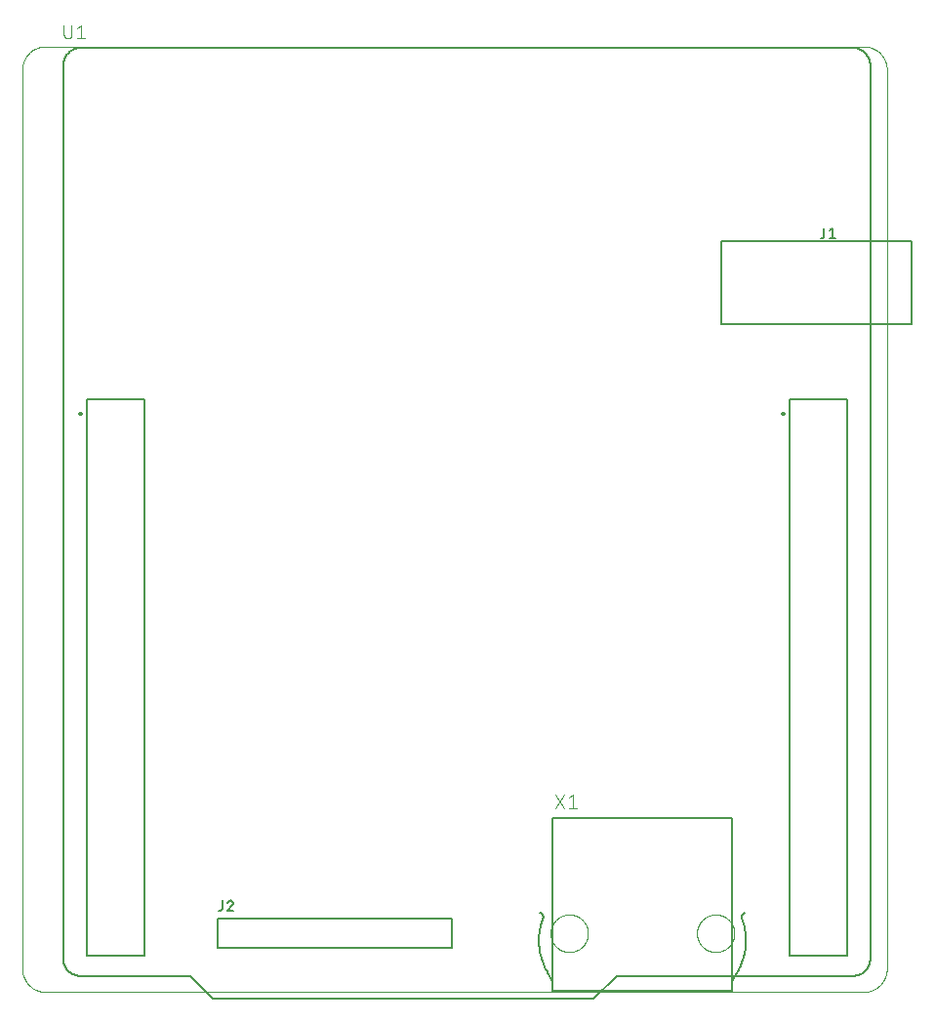
<source format=gto>
G04 EAGLE Gerber RS-274X export*
G75*
%MOMM*%
%FSLAX34Y34*%
%LPD*%
%INSilk top*%
%IPPOS*%
%AMOC8*
5,1,8,0,0,1.08239X$1,22.5*%
G01*
%ADD10C,0.000000*%
%ADD11C,0.152400*%
%ADD12C,0.127000*%
%ADD13C,0.200000*%
%ADD14C,0.101600*%
%ADD15C,0.203200*%


D10*
X-30000Y800000D02*
X-30000Y20000D01*
X-29994Y19517D01*
X-29977Y19034D01*
X-29947Y18551D01*
X-29907Y18070D01*
X-29854Y17589D01*
X-29790Y17110D01*
X-29715Y16633D01*
X-29627Y16157D01*
X-29529Y15684D01*
X-29419Y15214D01*
X-29298Y14746D01*
X-29165Y14281D01*
X-29021Y13820D01*
X-28866Y13362D01*
X-28700Y12908D01*
X-28523Y12458D01*
X-28336Y12013D01*
X-28137Y11572D01*
X-27929Y11136D01*
X-27709Y10706D01*
X-27479Y10280D01*
X-27239Y9861D01*
X-26989Y9447D01*
X-26729Y9040D01*
X-26460Y8639D01*
X-26180Y8244D01*
X-25892Y7857D01*
X-25593Y7476D01*
X-25286Y7103D01*
X-24970Y6738D01*
X-24645Y6380D01*
X-24312Y6030D01*
X-23970Y5688D01*
X-23620Y5355D01*
X-23262Y5030D01*
X-22897Y4714D01*
X-22524Y4407D01*
X-22143Y4108D01*
X-21756Y3820D01*
X-21361Y3540D01*
X-20960Y3271D01*
X-20553Y3011D01*
X-20139Y2761D01*
X-19720Y2521D01*
X-19294Y2291D01*
X-18864Y2071D01*
X-18428Y1863D01*
X-17987Y1664D01*
X-17542Y1477D01*
X-17092Y1300D01*
X-16638Y1134D01*
X-16180Y979D01*
X-15719Y835D01*
X-15254Y702D01*
X-14786Y581D01*
X-14316Y471D01*
X-13843Y373D01*
X-13367Y285D01*
X-12890Y210D01*
X-12411Y146D01*
X-11930Y93D01*
X-11449Y53D01*
X-10966Y23D01*
X-10483Y6D01*
X-10000Y0D01*
X700000Y0D01*
X700483Y6D01*
X700966Y23D01*
X701449Y53D01*
X701930Y93D01*
X702411Y146D01*
X702890Y210D01*
X703367Y285D01*
X703843Y373D01*
X704316Y471D01*
X704786Y581D01*
X705254Y702D01*
X705719Y835D01*
X706180Y979D01*
X706638Y1134D01*
X707092Y1300D01*
X707542Y1477D01*
X707987Y1664D01*
X708428Y1863D01*
X708864Y2071D01*
X709294Y2291D01*
X709720Y2521D01*
X710139Y2761D01*
X710553Y3011D01*
X710960Y3271D01*
X711361Y3540D01*
X711756Y3820D01*
X712143Y4108D01*
X712524Y4407D01*
X712897Y4714D01*
X713262Y5030D01*
X713620Y5355D01*
X713970Y5688D01*
X714312Y6030D01*
X714645Y6380D01*
X714970Y6738D01*
X715286Y7103D01*
X715593Y7476D01*
X715892Y7857D01*
X716180Y8244D01*
X716460Y8639D01*
X716729Y9040D01*
X716989Y9447D01*
X717239Y9861D01*
X717479Y10280D01*
X717709Y10706D01*
X717929Y11136D01*
X718137Y11572D01*
X718336Y12013D01*
X718523Y12458D01*
X718700Y12908D01*
X718866Y13362D01*
X719021Y13820D01*
X719165Y14281D01*
X719298Y14746D01*
X719419Y15214D01*
X719529Y15684D01*
X719627Y16157D01*
X719715Y16633D01*
X719790Y17110D01*
X719854Y17589D01*
X719907Y18070D01*
X719947Y18551D01*
X719977Y19034D01*
X719994Y19517D01*
X720000Y20000D01*
X720000Y800000D01*
X719994Y800483D01*
X719977Y800966D01*
X719947Y801449D01*
X719907Y801930D01*
X719854Y802411D01*
X719790Y802890D01*
X719715Y803367D01*
X719627Y803843D01*
X719529Y804316D01*
X719419Y804786D01*
X719298Y805254D01*
X719165Y805719D01*
X719021Y806180D01*
X718866Y806638D01*
X718700Y807092D01*
X718523Y807542D01*
X718336Y807987D01*
X718137Y808428D01*
X717929Y808864D01*
X717709Y809294D01*
X717479Y809720D01*
X717239Y810139D01*
X716989Y810553D01*
X716729Y810960D01*
X716460Y811361D01*
X716180Y811756D01*
X715892Y812143D01*
X715593Y812524D01*
X715286Y812897D01*
X714970Y813262D01*
X714645Y813620D01*
X714312Y813970D01*
X713970Y814312D01*
X713620Y814645D01*
X713262Y814970D01*
X712897Y815286D01*
X712524Y815593D01*
X712143Y815892D01*
X711756Y816180D01*
X711361Y816460D01*
X710960Y816729D01*
X710553Y816989D01*
X710139Y817239D01*
X709720Y817479D01*
X709294Y817709D01*
X708864Y817929D01*
X708428Y818137D01*
X707987Y818336D01*
X707542Y818523D01*
X707092Y818700D01*
X706638Y818866D01*
X706180Y819021D01*
X705719Y819165D01*
X705254Y819298D01*
X704786Y819419D01*
X704316Y819529D01*
X703843Y819627D01*
X703367Y819715D01*
X702890Y819790D01*
X702411Y819854D01*
X701930Y819907D01*
X701449Y819947D01*
X700966Y819977D01*
X700483Y819994D01*
X700000Y820000D01*
X-10000Y820000D01*
X-10483Y819994D01*
X-10966Y819977D01*
X-11449Y819947D01*
X-11930Y819907D01*
X-12411Y819854D01*
X-12890Y819790D01*
X-13367Y819715D01*
X-13843Y819627D01*
X-14316Y819529D01*
X-14786Y819419D01*
X-15254Y819298D01*
X-15719Y819165D01*
X-16180Y819021D01*
X-16638Y818866D01*
X-17092Y818700D01*
X-17542Y818523D01*
X-17987Y818336D01*
X-18428Y818137D01*
X-18864Y817929D01*
X-19294Y817709D01*
X-19720Y817479D01*
X-20139Y817239D01*
X-20553Y816989D01*
X-20960Y816729D01*
X-21361Y816460D01*
X-21756Y816180D01*
X-22143Y815892D01*
X-22524Y815593D01*
X-22897Y815286D01*
X-23262Y814970D01*
X-23620Y814645D01*
X-23970Y814312D01*
X-24312Y813970D01*
X-24645Y813620D01*
X-24970Y813262D01*
X-25286Y812897D01*
X-25593Y812524D01*
X-25892Y812143D01*
X-26180Y811756D01*
X-26460Y811361D01*
X-26729Y810960D01*
X-26989Y810553D01*
X-27239Y810139D01*
X-27479Y809720D01*
X-27709Y809294D01*
X-27929Y808864D01*
X-28137Y808428D01*
X-28336Y807987D01*
X-28523Y807542D01*
X-28700Y807092D01*
X-28866Y806638D01*
X-29021Y806180D01*
X-29165Y805719D01*
X-29298Y805254D01*
X-29419Y804786D01*
X-29529Y804316D01*
X-29627Y803843D01*
X-29715Y803367D01*
X-29790Y802890D01*
X-29854Y802411D01*
X-29907Y801930D01*
X-29947Y801449D01*
X-29977Y800966D01*
X-29994Y800483D01*
X-30000Y800000D01*
D11*
X139700Y63300D02*
X139700Y38300D01*
X342900Y38300D01*
X342900Y63300D01*
X139700Y63300D01*
X143341Y72531D02*
X143341Y79248D01*
X143341Y72531D02*
X143339Y72445D01*
X143333Y72359D01*
X143324Y72273D01*
X143310Y72188D01*
X143293Y72104D01*
X143272Y72020D01*
X143247Y71938D01*
X143219Y71857D01*
X143187Y71777D01*
X143151Y71698D01*
X143112Y71622D01*
X143069Y71547D01*
X143024Y71474D01*
X142974Y71403D01*
X142922Y71335D01*
X142867Y71268D01*
X142809Y71205D01*
X142748Y71144D01*
X142685Y71086D01*
X142618Y71031D01*
X142550Y70978D01*
X142479Y70929D01*
X142406Y70884D01*
X142331Y70841D01*
X142255Y70802D01*
X142176Y70766D01*
X142096Y70734D01*
X142015Y70706D01*
X141932Y70681D01*
X141849Y70660D01*
X141765Y70643D01*
X141680Y70629D01*
X141594Y70620D01*
X141508Y70614D01*
X141422Y70612D01*
X140462Y70612D01*
X150577Y79248D02*
X150669Y79246D01*
X150760Y79240D01*
X150851Y79231D01*
X150942Y79217D01*
X151032Y79200D01*
X151121Y79178D01*
X151209Y79153D01*
X151296Y79125D01*
X151382Y79092D01*
X151466Y79056D01*
X151549Y79017D01*
X151630Y78974D01*
X151709Y78927D01*
X151786Y78878D01*
X151861Y78825D01*
X151933Y78769D01*
X152003Y78710D01*
X152071Y78648D01*
X152136Y78583D01*
X152198Y78515D01*
X152257Y78445D01*
X152313Y78373D01*
X152366Y78298D01*
X152415Y78221D01*
X152462Y78142D01*
X152505Y78061D01*
X152544Y77978D01*
X152580Y77894D01*
X152613Y77808D01*
X152641Y77721D01*
X152666Y77633D01*
X152688Y77544D01*
X152705Y77454D01*
X152719Y77363D01*
X152728Y77272D01*
X152734Y77181D01*
X152736Y77089D01*
X150577Y79248D02*
X150474Y79246D01*
X150372Y79240D01*
X150270Y79231D01*
X150168Y79218D01*
X150067Y79201D01*
X149966Y79180D01*
X149867Y79156D01*
X149768Y79127D01*
X149671Y79096D01*
X149574Y79060D01*
X149479Y79022D01*
X149386Y78979D01*
X149294Y78933D01*
X149204Y78884D01*
X149116Y78832D01*
X149029Y78776D01*
X148945Y78717D01*
X148864Y78656D01*
X148784Y78591D01*
X148707Y78523D01*
X148632Y78452D01*
X148561Y78379D01*
X148492Y78303D01*
X148425Y78225D01*
X148362Y78144D01*
X148302Y78061D01*
X148245Y77976D01*
X148191Y77889D01*
X148140Y77799D01*
X148093Y77708D01*
X148049Y77616D01*
X148008Y77521D01*
X147971Y77426D01*
X147938Y77329D01*
X152016Y75410D02*
X152083Y75476D01*
X152147Y75545D01*
X152208Y75616D01*
X152266Y75690D01*
X152321Y75766D01*
X152373Y75844D01*
X152422Y75924D01*
X152468Y76006D01*
X152510Y76090D01*
X152549Y76176D01*
X152584Y76263D01*
X152615Y76351D01*
X152643Y76441D01*
X152668Y76531D01*
X152689Y76623D01*
X152706Y76715D01*
X152719Y76808D01*
X152728Y76901D01*
X152734Y76995D01*
X152736Y77089D01*
X152016Y75410D02*
X147938Y70612D01*
X152736Y70612D01*
D12*
X5600Y28900D02*
X5600Y803900D01*
X5604Y804262D01*
X5618Y804625D01*
X5639Y804987D01*
X5670Y805348D01*
X5709Y805708D01*
X5757Y806067D01*
X5814Y806425D01*
X5879Y806782D01*
X5953Y807137D01*
X6036Y807490D01*
X6127Y807841D01*
X6226Y808189D01*
X6334Y808535D01*
X6450Y808879D01*
X6575Y809219D01*
X6707Y809556D01*
X6848Y809890D01*
X6997Y810221D01*
X7154Y810548D01*
X7318Y810871D01*
X7490Y811190D01*
X7670Y811504D01*
X7858Y811815D01*
X8053Y812120D01*
X8255Y812421D01*
X8465Y812717D01*
X8681Y813007D01*
X8905Y813293D01*
X9135Y813573D01*
X9372Y813847D01*
X9616Y814115D01*
X9866Y814378D01*
X10122Y814634D01*
X10385Y814884D01*
X10653Y815128D01*
X10927Y815365D01*
X11207Y815595D01*
X11493Y815819D01*
X11783Y816035D01*
X12079Y816245D01*
X12380Y816447D01*
X12685Y816642D01*
X12996Y816830D01*
X13310Y817010D01*
X13629Y817182D01*
X13952Y817346D01*
X14279Y817503D01*
X14610Y817652D01*
X14944Y817793D01*
X15281Y817925D01*
X15621Y818050D01*
X15965Y818166D01*
X16311Y818274D01*
X16659Y818373D01*
X17010Y818464D01*
X17363Y818547D01*
X17718Y818621D01*
X18075Y818686D01*
X18433Y818743D01*
X18792Y818791D01*
X19152Y818830D01*
X19513Y818861D01*
X19875Y818882D01*
X20238Y818896D01*
X20600Y818900D01*
X690600Y818900D01*
X690962Y818896D01*
X691325Y818882D01*
X691687Y818861D01*
X692048Y818830D01*
X692408Y818791D01*
X692767Y818743D01*
X693125Y818686D01*
X693482Y818621D01*
X693837Y818547D01*
X694190Y818464D01*
X694541Y818373D01*
X694889Y818274D01*
X695235Y818166D01*
X695579Y818050D01*
X695919Y817925D01*
X696256Y817793D01*
X696590Y817652D01*
X696921Y817503D01*
X697248Y817346D01*
X697571Y817182D01*
X697890Y817010D01*
X698204Y816830D01*
X698515Y816642D01*
X698820Y816447D01*
X699121Y816245D01*
X699417Y816035D01*
X699707Y815819D01*
X699993Y815595D01*
X700273Y815365D01*
X700547Y815128D01*
X700815Y814884D01*
X701078Y814634D01*
X701334Y814378D01*
X701584Y814115D01*
X701828Y813847D01*
X702065Y813573D01*
X702295Y813293D01*
X702519Y813007D01*
X702735Y812717D01*
X702945Y812421D01*
X703147Y812120D01*
X703342Y811815D01*
X703530Y811504D01*
X703710Y811190D01*
X703882Y810871D01*
X704046Y810548D01*
X704203Y810221D01*
X704352Y809890D01*
X704493Y809556D01*
X704625Y809219D01*
X704750Y808879D01*
X704866Y808535D01*
X704974Y808189D01*
X705073Y807841D01*
X705164Y807490D01*
X705247Y807137D01*
X705321Y806782D01*
X705386Y806425D01*
X705443Y806067D01*
X705491Y805708D01*
X705530Y805348D01*
X705561Y804987D01*
X705582Y804625D01*
X705596Y804262D01*
X705600Y803900D01*
X705600Y28900D01*
X705596Y28538D01*
X705582Y28175D01*
X705561Y27813D01*
X705530Y27452D01*
X705491Y27092D01*
X705443Y26733D01*
X705386Y26375D01*
X705321Y26018D01*
X705247Y25663D01*
X705164Y25310D01*
X705073Y24959D01*
X704974Y24611D01*
X704866Y24265D01*
X704750Y23921D01*
X704625Y23581D01*
X704493Y23244D01*
X704352Y22910D01*
X704203Y22579D01*
X704046Y22252D01*
X703882Y21929D01*
X703710Y21610D01*
X703530Y21296D01*
X703342Y20985D01*
X703147Y20680D01*
X702945Y20379D01*
X702735Y20083D01*
X702519Y19793D01*
X702295Y19507D01*
X702065Y19227D01*
X701828Y18953D01*
X701584Y18685D01*
X701334Y18422D01*
X701078Y18166D01*
X700815Y17916D01*
X700547Y17672D01*
X700273Y17435D01*
X699993Y17205D01*
X699707Y16981D01*
X699417Y16765D01*
X699121Y16555D01*
X698820Y16353D01*
X698515Y16158D01*
X698204Y15970D01*
X697890Y15790D01*
X697571Y15618D01*
X697248Y15454D01*
X696921Y15297D01*
X696590Y15148D01*
X696256Y15007D01*
X695919Y14875D01*
X695579Y14750D01*
X695235Y14634D01*
X694889Y14526D01*
X694541Y14427D01*
X694190Y14336D01*
X693837Y14253D01*
X693482Y14179D01*
X693125Y14114D01*
X692767Y14057D01*
X692408Y14009D01*
X692048Y13970D01*
X691687Y13939D01*
X691325Y13918D01*
X690962Y13904D01*
X690600Y13900D01*
X485600Y13900D01*
X465600Y-6100D01*
X135600Y-6100D01*
X115600Y13900D01*
X20600Y13900D01*
X20238Y13904D01*
X19875Y13918D01*
X19513Y13939D01*
X19152Y13970D01*
X18792Y14009D01*
X18433Y14057D01*
X18075Y14114D01*
X17718Y14179D01*
X17363Y14253D01*
X17010Y14336D01*
X16659Y14427D01*
X16311Y14526D01*
X15965Y14634D01*
X15621Y14750D01*
X15281Y14875D01*
X14944Y15007D01*
X14610Y15148D01*
X14279Y15297D01*
X13952Y15454D01*
X13629Y15618D01*
X13310Y15790D01*
X12996Y15970D01*
X12685Y16158D01*
X12380Y16353D01*
X12079Y16555D01*
X11783Y16765D01*
X11493Y16981D01*
X11207Y17205D01*
X10927Y17435D01*
X10653Y17672D01*
X10385Y17916D01*
X10122Y18166D01*
X9866Y18422D01*
X9616Y18685D01*
X9372Y18953D01*
X9135Y19227D01*
X8905Y19507D01*
X8681Y19793D01*
X8465Y20083D01*
X8255Y20379D01*
X8053Y20680D01*
X7858Y20985D01*
X7670Y21296D01*
X7490Y21610D01*
X7318Y21929D01*
X7154Y22252D01*
X6997Y22579D01*
X6848Y22910D01*
X6707Y23244D01*
X6575Y23581D01*
X6450Y23921D01*
X6334Y24265D01*
X6226Y24611D01*
X6127Y24959D01*
X6036Y25310D01*
X5953Y25663D01*
X5879Y26018D01*
X5814Y26375D01*
X5757Y26733D01*
X5709Y27092D01*
X5670Y27452D01*
X5639Y27813D01*
X5618Y28175D01*
X5604Y28538D01*
X5600Y28900D01*
X635400Y31600D02*
X635400Y514200D01*
X635400Y31600D02*
X685400Y31600D01*
X685400Y514200D01*
X635400Y514200D01*
X25800Y514200D02*
X25800Y31600D01*
X75800Y31600D01*
X75800Y514200D01*
X25800Y514200D01*
D13*
X19600Y501500D02*
X19602Y501563D01*
X19608Y501625D01*
X19618Y501687D01*
X19631Y501749D01*
X19649Y501809D01*
X19670Y501868D01*
X19695Y501926D01*
X19724Y501982D01*
X19756Y502036D01*
X19791Y502088D01*
X19829Y502137D01*
X19871Y502185D01*
X19915Y502229D01*
X19963Y502271D01*
X20012Y502309D01*
X20064Y502344D01*
X20118Y502376D01*
X20174Y502405D01*
X20232Y502430D01*
X20291Y502451D01*
X20351Y502469D01*
X20413Y502482D01*
X20475Y502492D01*
X20537Y502498D01*
X20600Y502500D01*
X20663Y502498D01*
X20725Y502492D01*
X20787Y502482D01*
X20849Y502469D01*
X20909Y502451D01*
X20968Y502430D01*
X21026Y502405D01*
X21082Y502376D01*
X21136Y502344D01*
X21188Y502309D01*
X21237Y502271D01*
X21285Y502229D01*
X21329Y502185D01*
X21371Y502137D01*
X21409Y502088D01*
X21444Y502036D01*
X21476Y501982D01*
X21505Y501926D01*
X21530Y501868D01*
X21551Y501809D01*
X21569Y501749D01*
X21582Y501687D01*
X21592Y501625D01*
X21598Y501563D01*
X21600Y501500D01*
X21598Y501437D01*
X21592Y501375D01*
X21582Y501313D01*
X21569Y501251D01*
X21551Y501191D01*
X21530Y501132D01*
X21505Y501074D01*
X21476Y501018D01*
X21444Y500964D01*
X21409Y500912D01*
X21371Y500863D01*
X21329Y500815D01*
X21285Y500771D01*
X21237Y500729D01*
X21188Y500691D01*
X21136Y500656D01*
X21082Y500624D01*
X21026Y500595D01*
X20968Y500570D01*
X20909Y500549D01*
X20849Y500531D01*
X20787Y500518D01*
X20725Y500508D01*
X20663Y500502D01*
X20600Y500500D01*
X20537Y500502D01*
X20475Y500508D01*
X20413Y500518D01*
X20351Y500531D01*
X20291Y500549D01*
X20232Y500570D01*
X20174Y500595D01*
X20118Y500624D01*
X20064Y500656D01*
X20012Y500691D01*
X19963Y500729D01*
X19915Y500771D01*
X19871Y500815D01*
X19829Y500863D01*
X19791Y500912D01*
X19756Y500964D01*
X19724Y501018D01*
X19695Y501074D01*
X19670Y501132D01*
X19649Y501191D01*
X19631Y501251D01*
X19618Y501313D01*
X19608Y501375D01*
X19602Y501437D01*
X19600Y501500D01*
X629200Y501500D02*
X629202Y501563D01*
X629208Y501625D01*
X629218Y501687D01*
X629231Y501749D01*
X629249Y501809D01*
X629270Y501868D01*
X629295Y501926D01*
X629324Y501982D01*
X629356Y502036D01*
X629391Y502088D01*
X629429Y502137D01*
X629471Y502185D01*
X629515Y502229D01*
X629563Y502271D01*
X629612Y502309D01*
X629664Y502344D01*
X629718Y502376D01*
X629774Y502405D01*
X629832Y502430D01*
X629891Y502451D01*
X629951Y502469D01*
X630013Y502482D01*
X630075Y502492D01*
X630137Y502498D01*
X630200Y502500D01*
X630263Y502498D01*
X630325Y502492D01*
X630387Y502482D01*
X630449Y502469D01*
X630509Y502451D01*
X630568Y502430D01*
X630626Y502405D01*
X630682Y502376D01*
X630736Y502344D01*
X630788Y502309D01*
X630837Y502271D01*
X630885Y502229D01*
X630929Y502185D01*
X630971Y502137D01*
X631009Y502088D01*
X631044Y502036D01*
X631076Y501982D01*
X631105Y501926D01*
X631130Y501868D01*
X631151Y501809D01*
X631169Y501749D01*
X631182Y501687D01*
X631192Y501625D01*
X631198Y501563D01*
X631200Y501500D01*
X631198Y501437D01*
X631192Y501375D01*
X631182Y501313D01*
X631169Y501251D01*
X631151Y501191D01*
X631130Y501132D01*
X631105Y501074D01*
X631076Y501018D01*
X631044Y500964D01*
X631009Y500912D01*
X630971Y500863D01*
X630929Y500815D01*
X630885Y500771D01*
X630837Y500729D01*
X630788Y500691D01*
X630736Y500656D01*
X630682Y500624D01*
X630626Y500595D01*
X630568Y500570D01*
X630509Y500549D01*
X630449Y500531D01*
X630387Y500518D01*
X630325Y500508D01*
X630263Y500502D01*
X630200Y500500D01*
X630137Y500502D01*
X630075Y500508D01*
X630013Y500518D01*
X629951Y500531D01*
X629891Y500549D01*
X629832Y500570D01*
X629774Y500595D01*
X629718Y500624D01*
X629664Y500656D01*
X629612Y500691D01*
X629563Y500729D01*
X629515Y500771D01*
X629471Y500815D01*
X629429Y500863D01*
X629391Y500912D01*
X629356Y500964D01*
X629324Y501018D01*
X629295Y501074D01*
X629270Y501132D01*
X629249Y501191D01*
X629231Y501251D01*
X629218Y501313D01*
X629208Y501375D01*
X629202Y501437D01*
X629200Y501500D01*
D14*
X6108Y830154D02*
X6108Y838592D01*
X6108Y830154D02*
X6110Y830041D01*
X6116Y829928D01*
X6126Y829815D01*
X6140Y829702D01*
X6157Y829590D01*
X6179Y829479D01*
X6204Y829369D01*
X6234Y829259D01*
X6267Y829151D01*
X6304Y829044D01*
X6344Y828938D01*
X6389Y828834D01*
X6437Y828731D01*
X6488Y828630D01*
X6543Y828531D01*
X6601Y828434D01*
X6663Y828339D01*
X6728Y828246D01*
X6796Y828156D01*
X6867Y828068D01*
X6942Y827982D01*
X7019Y827899D01*
X7099Y827819D01*
X7182Y827742D01*
X7268Y827667D01*
X7356Y827596D01*
X7446Y827528D01*
X7539Y827463D01*
X7634Y827401D01*
X7731Y827343D01*
X7830Y827288D01*
X7931Y827237D01*
X8034Y827189D01*
X8138Y827144D01*
X8244Y827104D01*
X8351Y827067D01*
X8459Y827034D01*
X8569Y827004D01*
X8679Y826979D01*
X8790Y826957D01*
X8902Y826940D01*
X9015Y826926D01*
X9128Y826916D01*
X9241Y826910D01*
X9354Y826908D01*
X9467Y826910D01*
X9580Y826916D01*
X9693Y826926D01*
X9806Y826940D01*
X9918Y826957D01*
X10029Y826979D01*
X10139Y827004D01*
X10249Y827034D01*
X10357Y827067D01*
X10464Y827104D01*
X10570Y827144D01*
X10674Y827189D01*
X10777Y827237D01*
X10878Y827288D01*
X10977Y827343D01*
X11074Y827401D01*
X11169Y827463D01*
X11262Y827528D01*
X11352Y827596D01*
X11440Y827667D01*
X11526Y827742D01*
X11609Y827819D01*
X11689Y827899D01*
X11766Y827982D01*
X11841Y828068D01*
X11912Y828156D01*
X11980Y828246D01*
X12045Y828339D01*
X12107Y828434D01*
X12165Y828531D01*
X12220Y828630D01*
X12271Y828731D01*
X12319Y828834D01*
X12364Y828938D01*
X12404Y829044D01*
X12441Y829151D01*
X12474Y829259D01*
X12504Y829369D01*
X12529Y829479D01*
X12551Y829590D01*
X12568Y829702D01*
X12582Y829815D01*
X12592Y829928D01*
X12598Y830041D01*
X12600Y830154D01*
X12599Y830154D02*
X12599Y838592D01*
X17919Y835996D02*
X21165Y838592D01*
X21165Y826908D01*
X24410Y826908D02*
X17919Y826908D01*
D10*
X555244Y50800D02*
X555249Y51199D01*
X555264Y51598D01*
X555288Y51996D01*
X555322Y52393D01*
X555366Y52790D01*
X555420Y53185D01*
X555483Y53579D01*
X555556Y53971D01*
X555639Y54362D01*
X555731Y54750D01*
X555833Y55136D01*
X555944Y55519D01*
X556064Y55899D01*
X556194Y56276D01*
X556333Y56650D01*
X556481Y57021D01*
X556639Y57388D01*
X556805Y57750D01*
X556980Y58109D01*
X557163Y58463D01*
X557356Y58813D01*
X557557Y59157D01*
X557766Y59497D01*
X557984Y59831D01*
X558209Y60160D01*
X558443Y60484D01*
X558685Y60801D01*
X558934Y61113D01*
X559191Y61418D01*
X559455Y61717D01*
X559727Y62009D01*
X560005Y62295D01*
X560291Y62573D01*
X560583Y62845D01*
X560882Y63109D01*
X561187Y63366D01*
X561499Y63615D01*
X561816Y63857D01*
X562140Y64091D01*
X562469Y64316D01*
X562803Y64534D01*
X563143Y64743D01*
X563487Y64944D01*
X563837Y65137D01*
X564191Y65320D01*
X564550Y65495D01*
X564912Y65661D01*
X565279Y65819D01*
X565650Y65967D01*
X566024Y66106D01*
X566401Y66236D01*
X566781Y66356D01*
X567164Y66467D01*
X567550Y66569D01*
X567938Y66661D01*
X568329Y66744D01*
X568721Y66817D01*
X569115Y66880D01*
X569510Y66934D01*
X569907Y66978D01*
X570304Y67012D01*
X570702Y67036D01*
X571101Y67051D01*
X571500Y67056D01*
X571899Y67051D01*
X572298Y67036D01*
X572696Y67012D01*
X573093Y66978D01*
X573490Y66934D01*
X573885Y66880D01*
X574279Y66817D01*
X574671Y66744D01*
X575062Y66661D01*
X575450Y66569D01*
X575836Y66467D01*
X576219Y66356D01*
X576599Y66236D01*
X576976Y66106D01*
X577350Y65967D01*
X577721Y65819D01*
X578088Y65661D01*
X578450Y65495D01*
X578809Y65320D01*
X579163Y65137D01*
X579513Y64944D01*
X579857Y64743D01*
X580197Y64534D01*
X580531Y64316D01*
X580860Y64091D01*
X581184Y63857D01*
X581501Y63615D01*
X581813Y63366D01*
X582118Y63109D01*
X582417Y62845D01*
X582709Y62573D01*
X582995Y62295D01*
X583273Y62009D01*
X583545Y61717D01*
X583809Y61418D01*
X584066Y61113D01*
X584315Y60801D01*
X584557Y60484D01*
X584791Y60160D01*
X585016Y59831D01*
X585234Y59497D01*
X585443Y59157D01*
X585644Y58813D01*
X585837Y58463D01*
X586020Y58109D01*
X586195Y57750D01*
X586361Y57388D01*
X586519Y57021D01*
X586667Y56650D01*
X586806Y56276D01*
X586936Y55899D01*
X587056Y55519D01*
X587167Y55136D01*
X587269Y54750D01*
X587361Y54362D01*
X587444Y53971D01*
X587517Y53579D01*
X587580Y53185D01*
X587634Y52790D01*
X587678Y52393D01*
X587712Y51996D01*
X587736Y51598D01*
X587751Y51199D01*
X587756Y50800D01*
X587751Y50401D01*
X587736Y50002D01*
X587712Y49604D01*
X587678Y49207D01*
X587634Y48810D01*
X587580Y48415D01*
X587517Y48021D01*
X587444Y47629D01*
X587361Y47238D01*
X587269Y46850D01*
X587167Y46464D01*
X587056Y46081D01*
X586936Y45701D01*
X586806Y45324D01*
X586667Y44950D01*
X586519Y44579D01*
X586361Y44212D01*
X586195Y43850D01*
X586020Y43491D01*
X585837Y43137D01*
X585644Y42787D01*
X585443Y42443D01*
X585234Y42103D01*
X585016Y41769D01*
X584791Y41440D01*
X584557Y41116D01*
X584315Y40799D01*
X584066Y40487D01*
X583809Y40182D01*
X583545Y39883D01*
X583273Y39591D01*
X582995Y39305D01*
X582709Y39027D01*
X582417Y38755D01*
X582118Y38491D01*
X581813Y38234D01*
X581501Y37985D01*
X581184Y37743D01*
X580860Y37509D01*
X580531Y37284D01*
X580197Y37066D01*
X579857Y36857D01*
X579513Y36656D01*
X579163Y36463D01*
X578809Y36280D01*
X578450Y36105D01*
X578088Y35939D01*
X577721Y35781D01*
X577350Y35633D01*
X576976Y35494D01*
X576599Y35364D01*
X576219Y35244D01*
X575836Y35133D01*
X575450Y35031D01*
X575062Y34939D01*
X574671Y34856D01*
X574279Y34783D01*
X573885Y34720D01*
X573490Y34666D01*
X573093Y34622D01*
X572696Y34588D01*
X572298Y34564D01*
X571899Y34549D01*
X571500Y34544D01*
X571101Y34549D01*
X570702Y34564D01*
X570304Y34588D01*
X569907Y34622D01*
X569510Y34666D01*
X569115Y34720D01*
X568721Y34783D01*
X568329Y34856D01*
X567938Y34939D01*
X567550Y35031D01*
X567164Y35133D01*
X566781Y35244D01*
X566401Y35364D01*
X566024Y35494D01*
X565650Y35633D01*
X565279Y35781D01*
X564912Y35939D01*
X564550Y36105D01*
X564191Y36280D01*
X563837Y36463D01*
X563487Y36656D01*
X563143Y36857D01*
X562803Y37066D01*
X562469Y37284D01*
X562140Y37509D01*
X561816Y37743D01*
X561499Y37985D01*
X561187Y38234D01*
X560882Y38491D01*
X560583Y38755D01*
X560291Y39027D01*
X560005Y39305D01*
X559727Y39591D01*
X559455Y39883D01*
X559191Y40182D01*
X558934Y40487D01*
X558685Y40799D01*
X558443Y41116D01*
X558209Y41440D01*
X557984Y41769D01*
X557766Y42103D01*
X557557Y42443D01*
X557356Y42787D01*
X557163Y43137D01*
X556980Y43491D01*
X556805Y43850D01*
X556639Y44212D01*
X556481Y44579D01*
X556333Y44950D01*
X556194Y45324D01*
X556064Y45701D01*
X555944Y46081D01*
X555833Y46464D01*
X555731Y46850D01*
X555639Y47238D01*
X555556Y47629D01*
X555483Y48021D01*
X555420Y48415D01*
X555366Y48810D01*
X555322Y49207D01*
X555288Y49604D01*
X555264Y50002D01*
X555249Y50401D01*
X555244Y50800D01*
X428244Y50800D02*
X428249Y51199D01*
X428264Y51598D01*
X428288Y51996D01*
X428322Y52393D01*
X428366Y52790D01*
X428420Y53185D01*
X428483Y53579D01*
X428556Y53971D01*
X428639Y54362D01*
X428731Y54750D01*
X428833Y55136D01*
X428944Y55519D01*
X429064Y55899D01*
X429194Y56276D01*
X429333Y56650D01*
X429481Y57021D01*
X429639Y57388D01*
X429805Y57750D01*
X429980Y58109D01*
X430163Y58463D01*
X430356Y58813D01*
X430557Y59157D01*
X430766Y59497D01*
X430984Y59831D01*
X431209Y60160D01*
X431443Y60484D01*
X431685Y60801D01*
X431934Y61113D01*
X432191Y61418D01*
X432455Y61717D01*
X432727Y62009D01*
X433005Y62295D01*
X433291Y62573D01*
X433583Y62845D01*
X433882Y63109D01*
X434187Y63366D01*
X434499Y63615D01*
X434816Y63857D01*
X435140Y64091D01*
X435469Y64316D01*
X435803Y64534D01*
X436143Y64743D01*
X436487Y64944D01*
X436837Y65137D01*
X437191Y65320D01*
X437550Y65495D01*
X437912Y65661D01*
X438279Y65819D01*
X438650Y65967D01*
X439024Y66106D01*
X439401Y66236D01*
X439781Y66356D01*
X440164Y66467D01*
X440550Y66569D01*
X440938Y66661D01*
X441329Y66744D01*
X441721Y66817D01*
X442115Y66880D01*
X442510Y66934D01*
X442907Y66978D01*
X443304Y67012D01*
X443702Y67036D01*
X444101Y67051D01*
X444500Y67056D01*
X444899Y67051D01*
X445298Y67036D01*
X445696Y67012D01*
X446093Y66978D01*
X446490Y66934D01*
X446885Y66880D01*
X447279Y66817D01*
X447671Y66744D01*
X448062Y66661D01*
X448450Y66569D01*
X448836Y66467D01*
X449219Y66356D01*
X449599Y66236D01*
X449976Y66106D01*
X450350Y65967D01*
X450721Y65819D01*
X451088Y65661D01*
X451450Y65495D01*
X451809Y65320D01*
X452163Y65137D01*
X452513Y64944D01*
X452857Y64743D01*
X453197Y64534D01*
X453531Y64316D01*
X453860Y64091D01*
X454184Y63857D01*
X454501Y63615D01*
X454813Y63366D01*
X455118Y63109D01*
X455417Y62845D01*
X455709Y62573D01*
X455995Y62295D01*
X456273Y62009D01*
X456545Y61717D01*
X456809Y61418D01*
X457066Y61113D01*
X457315Y60801D01*
X457557Y60484D01*
X457791Y60160D01*
X458016Y59831D01*
X458234Y59497D01*
X458443Y59157D01*
X458644Y58813D01*
X458837Y58463D01*
X459020Y58109D01*
X459195Y57750D01*
X459361Y57388D01*
X459519Y57021D01*
X459667Y56650D01*
X459806Y56276D01*
X459936Y55899D01*
X460056Y55519D01*
X460167Y55136D01*
X460269Y54750D01*
X460361Y54362D01*
X460444Y53971D01*
X460517Y53579D01*
X460580Y53185D01*
X460634Y52790D01*
X460678Y52393D01*
X460712Y51996D01*
X460736Y51598D01*
X460751Y51199D01*
X460756Y50800D01*
X460751Y50401D01*
X460736Y50002D01*
X460712Y49604D01*
X460678Y49207D01*
X460634Y48810D01*
X460580Y48415D01*
X460517Y48021D01*
X460444Y47629D01*
X460361Y47238D01*
X460269Y46850D01*
X460167Y46464D01*
X460056Y46081D01*
X459936Y45701D01*
X459806Y45324D01*
X459667Y44950D01*
X459519Y44579D01*
X459361Y44212D01*
X459195Y43850D01*
X459020Y43491D01*
X458837Y43137D01*
X458644Y42787D01*
X458443Y42443D01*
X458234Y42103D01*
X458016Y41769D01*
X457791Y41440D01*
X457557Y41116D01*
X457315Y40799D01*
X457066Y40487D01*
X456809Y40182D01*
X456545Y39883D01*
X456273Y39591D01*
X455995Y39305D01*
X455709Y39027D01*
X455417Y38755D01*
X455118Y38491D01*
X454813Y38234D01*
X454501Y37985D01*
X454184Y37743D01*
X453860Y37509D01*
X453531Y37284D01*
X453197Y37066D01*
X452857Y36857D01*
X452513Y36656D01*
X452163Y36463D01*
X451809Y36280D01*
X451450Y36105D01*
X451088Y35939D01*
X450721Y35781D01*
X450350Y35633D01*
X449976Y35494D01*
X449599Y35364D01*
X449219Y35244D01*
X448836Y35133D01*
X448450Y35031D01*
X448062Y34939D01*
X447671Y34856D01*
X447279Y34783D01*
X446885Y34720D01*
X446490Y34666D01*
X446093Y34622D01*
X445696Y34588D01*
X445298Y34564D01*
X444899Y34549D01*
X444500Y34544D01*
X444101Y34549D01*
X443702Y34564D01*
X443304Y34588D01*
X442907Y34622D01*
X442510Y34666D01*
X442115Y34720D01*
X441721Y34783D01*
X441329Y34856D01*
X440938Y34939D01*
X440550Y35031D01*
X440164Y35133D01*
X439781Y35244D01*
X439401Y35364D01*
X439024Y35494D01*
X438650Y35633D01*
X438279Y35781D01*
X437912Y35939D01*
X437550Y36105D01*
X437191Y36280D01*
X436837Y36463D01*
X436487Y36656D01*
X436143Y36857D01*
X435803Y37066D01*
X435469Y37284D01*
X435140Y37509D01*
X434816Y37743D01*
X434499Y37985D01*
X434187Y38234D01*
X433882Y38491D01*
X433583Y38755D01*
X433291Y39027D01*
X433005Y39305D01*
X432727Y39591D01*
X432455Y39883D01*
X432191Y40182D01*
X431934Y40487D01*
X431685Y40799D01*
X431443Y41116D01*
X431209Y41440D01*
X430984Y41769D01*
X430766Y42103D01*
X430557Y42443D01*
X430356Y42787D01*
X430163Y43137D01*
X429980Y43491D01*
X429805Y43850D01*
X429639Y44212D01*
X429481Y44579D01*
X429333Y44950D01*
X429194Y45324D01*
X429064Y45701D01*
X428944Y46081D01*
X428833Y46464D01*
X428731Y46850D01*
X428639Y47238D01*
X428556Y47629D01*
X428483Y48021D01*
X428420Y48415D01*
X428366Y48810D01*
X428322Y49207D01*
X428288Y49604D01*
X428264Y50002D01*
X428249Y50401D01*
X428244Y50800D01*
D15*
X430250Y1050D02*
X585750Y1050D01*
X430250Y1050D02*
X430250Y150910D01*
X585750Y150910D02*
X585750Y1050D01*
X585750Y150910D02*
X430250Y150910D01*
X426720Y15240D02*
X429260Y10160D01*
X426720Y15240D02*
X426021Y16364D01*
X425350Y17505D01*
X424706Y18662D01*
X424091Y19835D01*
X423505Y21022D01*
X422948Y22223D01*
X422420Y23437D01*
X421923Y24664D01*
X421455Y25902D01*
X421017Y27152D01*
X420611Y28412D01*
X420235Y29681D01*
X419890Y30959D01*
X419576Y32246D01*
X419294Y33539D01*
X419044Y34839D01*
X418825Y36145D01*
X418639Y37456D01*
X418484Y38770D01*
X418362Y40089D01*
X418271Y41409D01*
X418213Y42732D01*
X418187Y44056D01*
X418194Y45380D01*
X418233Y46703D01*
X418304Y48025D01*
X418407Y49345D01*
X418543Y50662D01*
X418710Y51975D01*
X418910Y53284D01*
X419141Y54587D01*
X419405Y55885D01*
X419699Y57175D01*
X420026Y58458D01*
X420383Y59733D01*
X420772Y60999D01*
X421191Y62255D01*
X421640Y63500D01*
X421691Y63606D01*
X421738Y63714D01*
X421782Y63823D01*
X421822Y63934D01*
X421858Y64045D01*
X421891Y64158D01*
X421920Y64272D01*
X421945Y64387D01*
X421966Y64503D01*
X421984Y64619D01*
X421997Y64736D01*
X422007Y64853D01*
X422013Y64970D01*
X422015Y65088D01*
X422013Y65206D01*
X422007Y65323D01*
X421997Y65440D01*
X421984Y65557D01*
X421966Y65673D01*
X421945Y65789D01*
X421920Y65904D01*
X421891Y66018D01*
X421858Y66131D01*
X421822Y66242D01*
X421782Y66353D01*
X421738Y66462D01*
X421691Y66570D01*
X421640Y66676D01*
X421586Y66780D01*
X421528Y66882D01*
X421467Y66983D01*
X421403Y67081D01*
X421335Y67177D01*
X421264Y67271D01*
X421191Y67363D01*
X421114Y67452D01*
X421034Y67538D01*
X420951Y67622D01*
X420866Y67703D01*
X420778Y67781D01*
X420688Y67856D01*
X420595Y67928D01*
X420500Y67997D01*
X420402Y68063D01*
X420303Y68125D01*
X420201Y68184D01*
X420098Y68240D01*
X419992Y68293D01*
X419886Y68341D01*
X419777Y68387D01*
X419667Y68428D01*
X419556Y68466D01*
X419443Y68501D01*
X419330Y68531D01*
X419215Y68558D01*
X419100Y68581D01*
X586740Y10160D02*
X589280Y15240D01*
X589979Y16364D01*
X590650Y17505D01*
X591294Y18662D01*
X591909Y19835D01*
X592495Y21022D01*
X593052Y22223D01*
X593580Y23437D01*
X594077Y24664D01*
X594545Y25902D01*
X594983Y27152D01*
X595389Y28412D01*
X595765Y29681D01*
X596110Y30959D01*
X596424Y32246D01*
X596706Y33539D01*
X596956Y34839D01*
X597175Y36145D01*
X597361Y37456D01*
X597516Y38770D01*
X597638Y40089D01*
X597729Y41409D01*
X597787Y42732D01*
X597813Y44056D01*
X597806Y45380D01*
X597767Y46703D01*
X597696Y48025D01*
X597593Y49345D01*
X597457Y50662D01*
X597290Y51975D01*
X597090Y53284D01*
X596859Y54587D01*
X596595Y55885D01*
X596301Y57175D01*
X595974Y58458D01*
X595617Y59733D01*
X595228Y60999D01*
X594809Y62255D01*
X594360Y63500D01*
X594309Y63606D01*
X594262Y63714D01*
X594218Y63823D01*
X594178Y63934D01*
X594142Y64045D01*
X594109Y64158D01*
X594080Y64272D01*
X594055Y64387D01*
X594034Y64503D01*
X594016Y64619D01*
X594003Y64736D01*
X593993Y64853D01*
X593987Y64970D01*
X593985Y65088D01*
X593987Y65206D01*
X593993Y65323D01*
X594003Y65440D01*
X594016Y65557D01*
X594034Y65673D01*
X594055Y65789D01*
X594080Y65904D01*
X594109Y66018D01*
X594142Y66131D01*
X594178Y66242D01*
X594218Y66353D01*
X594262Y66462D01*
X594309Y66570D01*
X594360Y66676D01*
X594414Y66780D01*
X594472Y66882D01*
X594533Y66983D01*
X594597Y67081D01*
X594665Y67177D01*
X594736Y67271D01*
X594809Y67363D01*
X594886Y67452D01*
X594966Y67538D01*
X595049Y67622D01*
X595134Y67703D01*
X595222Y67781D01*
X595312Y67856D01*
X595405Y67928D01*
X595500Y67997D01*
X595598Y68063D01*
X595697Y68125D01*
X595799Y68184D01*
X595902Y68240D01*
X596008Y68293D01*
X596114Y68341D01*
X596223Y68387D01*
X596333Y68428D01*
X596444Y68466D01*
X596557Y68501D01*
X596670Y68531D01*
X596785Y68558D01*
X596900Y68581D01*
D14*
X440097Y170942D02*
X432308Y159258D01*
X440097Y159258D02*
X432308Y170942D01*
X444387Y168346D02*
X447633Y170942D01*
X447633Y159258D01*
X450878Y159258D02*
X444387Y159258D01*
D12*
X576600Y650900D02*
X741600Y650900D01*
X576600Y650900D02*
X576600Y578900D01*
X741600Y578900D01*
X741600Y650900D01*
D11*
X665641Y655681D02*
X665641Y662398D01*
X665641Y655681D02*
X665639Y655595D01*
X665633Y655509D01*
X665624Y655423D01*
X665610Y655338D01*
X665593Y655254D01*
X665572Y655170D01*
X665547Y655088D01*
X665519Y655007D01*
X665487Y654927D01*
X665451Y654848D01*
X665412Y654772D01*
X665369Y654697D01*
X665324Y654624D01*
X665274Y654553D01*
X665222Y654485D01*
X665167Y654418D01*
X665109Y654355D01*
X665048Y654294D01*
X664985Y654236D01*
X664918Y654181D01*
X664850Y654128D01*
X664779Y654079D01*
X664706Y654034D01*
X664631Y653991D01*
X664555Y653952D01*
X664476Y653916D01*
X664396Y653884D01*
X664315Y653856D01*
X664232Y653831D01*
X664149Y653810D01*
X664065Y653793D01*
X663980Y653779D01*
X663894Y653770D01*
X663808Y653764D01*
X663722Y653762D01*
X662762Y653762D01*
X670238Y660479D02*
X672637Y662398D01*
X672637Y653762D01*
X670238Y653762D02*
X675036Y653762D01*
M02*

</source>
